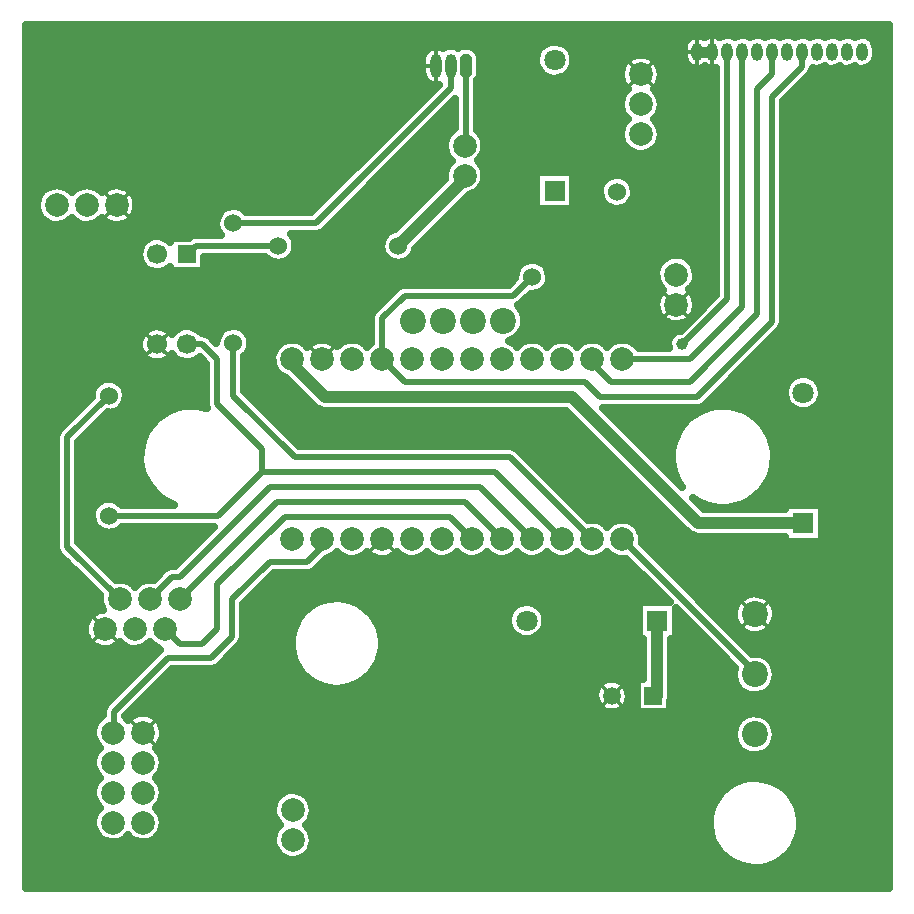
<source format=gbl>
G04 DipTrace 2.4.0.2*
%INBottom.gbl*%
%MOMM*%
%ADD14C,1.0*%
%ADD15C,0.949*%
%ADD16C,0.5*%
%ADD17C,0.635*%
%ADD18C,0.33*%
%ADD20R,1.5X1.5*%
%ADD21C,1.5*%
%ADD23R,1.8X1.8*%
%ADD24C,1.8*%
%ADD26C,2.0*%
%ADD27C,2.0*%
%ADD29C,2.2*%
%ADD30O,0.94X2.0*%
%ADD32C,1.524*%
%ADD33C,1.524*%
%ADD36C,2.2*%
%ADD37O,0.949X1.5*%
%ADD38C,1.7*%
%FSLAX53Y53*%
G04*
G71*
G90*
G75*
G01*
%LNBottom*%
%LPD*%
X33530Y55755D2*
D14*
Y55320D1*
X36270Y52580D1*
X57225D1*
X67920Y41885D1*
X76810D1*
X64427Y33630D2*
Y27280D1*
X64110D1*
X42520Y65380D2*
X48135Y70995D1*
Y71313D1*
X67820Y81790D2*
D15*
X69090D1*
X66550Y57025D2*
D16*
X70360Y60835D1*
Y81790D1*
X22735Y32895D2*
X24005Y31625D1*
X25910D1*
X27180Y32895D1*
Y36705D1*
X32895Y42420D1*
X46865D1*
X48770Y40515D1*
X24005Y35435D2*
X32260Y43690D1*
X48135D1*
X51310Y40515D1*
X21465Y35435D2*
X23370Y37340D1*
X24005D1*
X31625Y44960D1*
X49405D1*
X53850Y40515D1*
X18013Y42520D2*
X27280D1*
X30990Y46230D1*
X50675D1*
X56390Y40515D1*
X24640Y57025D2*
X25910D1*
X27180Y55755D1*
Y51945D1*
X30990Y48135D1*
Y46230D1*
X28550Y57125D2*
Y52680D1*
X33730Y47500D1*
X51945D1*
X58930Y40515D1*
X61470D2*
X72700Y29285D1*
Y29080D1*
X71630Y81790D2*
Y60200D1*
X67185Y55755D1*
X61470D1*
X58930D2*
X58613D1*
X60518Y53850D1*
X67185D1*
X72900Y59565D1*
Y78615D1*
X74170Y79885D1*
Y81790D1*
X24640Y64645D2*
X25375Y65380D1*
X32360D1*
X48135Y73853D2*
X48235Y73953D1*
Y80620D1*
X36070Y40515D2*
Y39880D1*
X34790Y38600D1*
X31615D1*
X28450Y35435D1*
Y32260D1*
X26645Y30455D1*
X22980D1*
X18454Y25929D1*
Y24151D1*
X18362D1*
X28550Y67285D2*
X35535D1*
X46965Y78715D1*
Y80620D1*
X18013Y52680D2*
X14480Y49147D1*
Y39880D1*
X18925Y35435D1*
X41150Y55755D2*
X43055Y53850D1*
X58295D1*
X59565Y52580D1*
X67820D1*
X74170Y58930D1*
Y77980D1*
X76710Y80520D1*
Y81790D1*
X53850Y62740D2*
X52262Y61153D1*
X43055D1*
X41150Y59248D1*
Y55755D1*
D14*
X66550Y57025D3*
X21465Y38928D3*
X60835Y44325D3*
X53522Y35890D3*
X28968Y26994D3*
X77980Y59565D3*
X11016Y83416D2*
D17*
X83988D1*
X11016Y82784D2*
X66863D1*
X82746D2*
X83988D1*
X11016Y82152D2*
X45085D1*
X48962D2*
X54530D1*
X56979D2*
X66615D1*
X82994D2*
X83988D1*
X11016Y81521D2*
X44549D1*
X49448D2*
X54183D1*
X57336D2*
X62646D1*
X63468D2*
X66605D1*
X83004D2*
X83988D1*
X11016Y80889D2*
X44489D1*
X49468D2*
X54133D1*
X57376D2*
X61654D1*
X64460D2*
X66794D1*
X82816D2*
X83988D1*
X11016Y80257D2*
X44489D1*
X49468D2*
X54362D1*
X57148D2*
X61367D1*
X64748D2*
X69373D1*
X77656D2*
X83988D1*
X11016Y79626D2*
X44589D1*
X49419D2*
X55126D1*
X56384D2*
X61337D1*
X64778D2*
X69373D1*
X77180D2*
X83988D1*
X11016Y78994D2*
X45313D1*
X49220D2*
X61575D1*
X64540D2*
X69373D1*
X76555D2*
X83988D1*
X11016Y78362D2*
X45243D1*
X49220D2*
X61664D1*
X64450D2*
X69373D1*
X75920D2*
X83988D1*
X11016Y77731D2*
X44608D1*
X49220D2*
X61367D1*
X64748D2*
X69373D1*
X75285D2*
X83988D1*
X11016Y77099D2*
X43983D1*
X46720D2*
X47248D1*
X49220D2*
X61337D1*
X64778D2*
X69373D1*
X75156D2*
X83988D1*
X11016Y76467D2*
X43348D1*
X46085D2*
X47248D1*
X49220D2*
X61575D1*
X64549D2*
X69373D1*
X75156D2*
X83988D1*
X11016Y75836D2*
X42713D1*
X45450D2*
X47248D1*
X49220D2*
X61674D1*
X64440D2*
X69373D1*
X75156D2*
X83988D1*
X11016Y75204D2*
X42088D1*
X44825D2*
X47089D1*
X49220D2*
X61367D1*
X64748D2*
X69373D1*
X75156D2*
X83988D1*
X11016Y74572D2*
X41453D1*
X44190D2*
X46563D1*
X49706D2*
X61337D1*
X64778D2*
X69373D1*
X75156D2*
X83988D1*
X11016Y73941D2*
X40818D1*
X43555D2*
X46404D1*
X49865D2*
X61565D1*
X64549D2*
X69373D1*
X75156D2*
X83988D1*
X11016Y73309D2*
X40193D1*
X42930D2*
X46494D1*
X49776D2*
X62250D1*
X63865D2*
X69373D1*
X75156D2*
X83988D1*
X11016Y72677D2*
X39558D1*
X42295D2*
X46881D1*
X49389D2*
X69373D1*
X75156D2*
X83988D1*
X11016Y72046D2*
X38923D1*
X41660D2*
X46563D1*
X49706D2*
X69373D1*
X75156D2*
X83988D1*
X11016Y71414D2*
X38298D1*
X41035D2*
X46404D1*
X49865D2*
X54124D1*
X57396D2*
X69373D1*
X75156D2*
X83988D1*
X11016Y70782D2*
X37663D1*
X40400D2*
X46196D1*
X49786D2*
X54124D1*
X57396D2*
X59819D1*
X62248D2*
X69373D1*
X75156D2*
X83988D1*
X11016Y70151D2*
X12531D1*
X14642D2*
X15071D1*
X17182D2*
X17611D1*
X19722D2*
X37028D1*
X39765D2*
X45571D1*
X49399D2*
X54124D1*
X57396D2*
X59551D1*
X62515D2*
X69373D1*
X75156D2*
X83988D1*
X11016Y69519D2*
X12015D1*
X20238D2*
X36403D1*
X39140D2*
X44936D1*
X48377D2*
X54124D1*
X57396D2*
X59591D1*
X62476D2*
X69373D1*
X75156D2*
X83988D1*
X11016Y68887D2*
X11856D1*
X20397D2*
X35768D1*
X38505D2*
X44301D1*
X47752D2*
X54124D1*
X57396D2*
X59977D1*
X62089D2*
X69373D1*
X75156D2*
X83988D1*
X11016Y68256D2*
X11946D1*
X20308D2*
X27434D1*
X29674D2*
X35133D1*
X37870D2*
X43676D1*
X47117D2*
X69373D1*
X75156D2*
X83988D1*
X11016Y67624D2*
X12333D1*
X19911D2*
X27096D1*
X37244D2*
X43041D1*
X46482D2*
X69373D1*
X75156D2*
X83988D1*
X11016Y66992D2*
X27086D1*
X36609D2*
X42406D1*
X45857D2*
X69373D1*
X75156D2*
X83988D1*
X11016Y66361D2*
X27394D1*
X33474D2*
X41414D1*
X45222D2*
X69373D1*
X75156D2*
X83988D1*
X11016Y65729D2*
X20965D1*
X33812D2*
X41066D1*
X44587D2*
X69373D1*
X75156D2*
X83988D1*
X11016Y65097D2*
X20588D1*
X33831D2*
X41047D1*
X43991D2*
X69373D1*
X75156D2*
X83988D1*
X11016Y64466D2*
X20528D1*
X33534D2*
X41354D1*
X43694D2*
X65315D1*
X66772D2*
X69373D1*
X75156D2*
X83988D1*
X11016Y63834D2*
X20746D1*
X26122D2*
X52863D1*
X54846D2*
X64571D1*
X67516D2*
X69373D1*
X75156D2*
X83988D1*
X11016Y63202D2*
X21550D1*
X22649D2*
X52427D1*
X55273D2*
X64323D1*
X67754D2*
X69373D1*
X75156D2*
X83988D1*
X11016Y62571D2*
X52308D1*
X55342D2*
X64343D1*
X67734D2*
X69373D1*
X75156D2*
X83988D1*
X11016Y61939D2*
X42505D1*
X55104D2*
X64631D1*
X67447D2*
X69373D1*
X75156D2*
X83988D1*
X11016Y61307D2*
X41840D1*
X53993D2*
X64581D1*
X67506D2*
X69373D1*
X75156D2*
X83988D1*
X11016Y60676D2*
X41205D1*
X53149D2*
X64333D1*
X67754D2*
X68828D1*
X75156D2*
X83988D1*
X11016Y60044D2*
X40580D1*
X52931D2*
X64343D1*
X67744D2*
X68203D1*
X75156D2*
X83988D1*
X11016Y59412D2*
X40183D1*
X53209D2*
X64621D1*
X75156D2*
X83988D1*
X11016Y58781D2*
X40163D1*
X53229D2*
X65524D1*
X66554D2*
X66933D1*
X75146D2*
X83988D1*
X11016Y58149D2*
X21014D1*
X23195D2*
X23548D1*
X25735D2*
X27483D1*
X29615D2*
X40163D1*
X53010D2*
X66149D1*
X74759D2*
X83988D1*
X11016Y57517D2*
X20598D1*
X26787D2*
X27106D1*
X29992D2*
X40163D1*
X52395D2*
X65425D1*
X74124D2*
X83988D1*
X11016Y56886D2*
X20518D1*
X30031D2*
X32236D1*
X62764D2*
X65325D1*
X73489D2*
X83988D1*
X11016Y56254D2*
X20727D1*
X29753D2*
X31869D1*
X72864D2*
X83988D1*
X11016Y55622D2*
X21441D1*
X22759D2*
X23981D1*
X25299D2*
X25945D1*
X29535D2*
X31799D1*
X72229D2*
X83988D1*
X11016Y54991D2*
X26193D1*
X29535D2*
X31978D1*
X71604D2*
X83988D1*
X11016Y54359D2*
X26193D1*
X29535D2*
X32543D1*
X70969D2*
X76081D1*
X77537D2*
X83988D1*
X11016Y53727D2*
X16966D1*
X19058D2*
X26193D1*
X29535D2*
X33397D1*
X70334D2*
X75386D1*
X78232D2*
X83988D1*
X11016Y53096D2*
X16579D1*
X19445D2*
X26193D1*
X29535D2*
X34032D1*
X69709D2*
X75178D1*
X78440D2*
X83988D1*
X11016Y52464D2*
X16430D1*
X19494D2*
X26193D1*
X30130D2*
X34667D1*
X69074D2*
X75247D1*
X78371D2*
X83988D1*
X11016Y51832D2*
X15795D1*
X19236D2*
X26203D1*
X30765D2*
X35292D1*
X68429D2*
X75624D1*
X77994D2*
X83988D1*
X11016Y51201D2*
X15170D1*
X17907D2*
X22711D1*
X31400D2*
X56882D1*
X60323D2*
X67707D1*
X72289D2*
X83988D1*
X11016Y50569D2*
X14535D1*
X17272D2*
X21897D1*
X32026D2*
X57517D1*
X60958D2*
X66893D1*
X73102D2*
X83988D1*
X11016Y49937D2*
X13900D1*
X16637D2*
X21371D1*
X32661D2*
X58142D1*
X61593D2*
X66367D1*
X73628D2*
X83988D1*
X11016Y49306D2*
X13503D1*
X16012D2*
X21014D1*
X33296D2*
X58777D1*
X62218D2*
X66010D1*
X73985D2*
X83988D1*
X11016Y48674D2*
X13493D1*
X15466D2*
X20776D1*
X33921D2*
X59412D1*
X62853D2*
X65782D1*
X74223D2*
X83988D1*
X11016Y48042D2*
X13493D1*
X15466D2*
X20647D1*
X52772D2*
X60037D1*
X63488D2*
X65653D1*
X74352D2*
X83988D1*
X11016Y47411D2*
X13493D1*
X15466D2*
X20617D1*
X53407D2*
X60672D1*
X64113D2*
X65613D1*
X74382D2*
X83988D1*
X11016Y46779D2*
X13493D1*
X15466D2*
X20677D1*
X54032D2*
X61307D1*
X64748D2*
X65673D1*
X74323D2*
X83988D1*
X11016Y46147D2*
X13493D1*
X15466D2*
X20836D1*
X54667D2*
X61932D1*
X65383D2*
X65831D1*
X74164D2*
X83988D1*
X11016Y45516D2*
X13493D1*
X15466D2*
X21094D1*
X55302D2*
X62567D1*
X73906D2*
X83988D1*
X11016Y44884D2*
X13493D1*
X15466D2*
X21500D1*
X55927D2*
X63202D1*
X73499D2*
X83988D1*
X11016Y44252D2*
X13493D1*
X15466D2*
X22086D1*
X56562D2*
X63827D1*
X72914D2*
X83988D1*
X11016Y43621D2*
X13493D1*
X15466D2*
X17026D1*
X18998D2*
X23038D1*
X57187D2*
X64462D1*
X71961D2*
X83988D1*
X11016Y42989D2*
X13493D1*
X15466D2*
X16589D1*
X57822D2*
X65097D1*
X78450D2*
X83988D1*
X11016Y42357D2*
X13493D1*
X15466D2*
X16520D1*
X58457D2*
X65722D1*
X78450D2*
X83988D1*
X11016Y41726D2*
X13493D1*
X15466D2*
X16758D1*
X62684D2*
X66357D1*
X78450D2*
X83988D1*
X11016Y41094D2*
X13493D1*
X15466D2*
X17790D1*
X18237D2*
X26392D1*
X63101D2*
X66992D1*
X78450D2*
X83988D1*
X11016Y40462D2*
X13493D1*
X15466D2*
X25757D1*
X63210D2*
X75178D1*
X78450D2*
X83988D1*
X11016Y39831D2*
X13493D1*
X15893D2*
X25132D1*
X63518D2*
X83988D1*
X11016Y39199D2*
X13791D1*
X16528D2*
X24497D1*
X37165D2*
X37518D1*
X39705D2*
X40058D1*
X42245D2*
X42598D1*
X44785D2*
X45138D1*
X47325D2*
X47678D1*
X49865D2*
X50218D1*
X52405D2*
X52758D1*
X54945D2*
X55298D1*
X57485D2*
X57838D1*
X60025D2*
X60378D1*
X64153D2*
X83988D1*
X11016Y38567D2*
X14426D1*
X17163D2*
X23862D1*
X36123D2*
X62051D1*
X64788D2*
X83988D1*
X11016Y37936D2*
X15051D1*
X17788D2*
X22602D1*
X35498D2*
X62676D1*
X65413D2*
X83988D1*
X11016Y37304D2*
X15686D1*
X18423D2*
X21967D1*
X31688D2*
X63311D1*
X66048D2*
X83988D1*
X11016Y36672D2*
X16321D1*
X31053D2*
X63946D1*
X66683D2*
X83988D1*
X11016Y36041D2*
X16946D1*
X30428D2*
X64571D1*
X67308D2*
X83988D1*
X11016Y35409D2*
X17184D1*
X29793D2*
X36324D1*
X38276D2*
X65206D1*
X67943D2*
X71378D1*
X74025D2*
X83988D1*
X11016Y34777D2*
X17323D1*
X29436D2*
X34974D1*
X39626D2*
X52238D1*
X54518D2*
X62795D1*
X68578D2*
X70971D1*
X74422D2*
X83988D1*
X11016Y34146D2*
X16480D1*
X29436D2*
X34300D1*
X40300D2*
X51832D1*
X54925D2*
X62795D1*
X66068D2*
X66466D1*
X69203D2*
X70862D1*
X74541D2*
X83988D1*
X11016Y33514D2*
X16033D1*
X29436D2*
X33873D1*
X40727D2*
X51742D1*
X55005D2*
X62795D1*
X66068D2*
X67101D1*
X69838D2*
X70981D1*
X74412D2*
X83988D1*
X11016Y32882D2*
X15914D1*
X29436D2*
X33605D1*
X40995D2*
X51931D1*
X54826D2*
X62795D1*
X66068D2*
X67736D1*
X70473D2*
X71407D1*
X73995D2*
X83988D1*
X11016Y32251D2*
X16043D1*
X29436D2*
X33456D1*
X41144D2*
X52556D1*
X54201D2*
X62795D1*
X66068D2*
X68361D1*
X71098D2*
X83988D1*
X11016Y31619D2*
X16510D1*
X18800D2*
X19048D1*
X21340D2*
X21588D1*
X29178D2*
X33417D1*
X41183D2*
X63192D1*
X65661D2*
X68996D1*
X71733D2*
X83988D1*
X11016Y30987D2*
X22145D1*
X28543D2*
X33486D1*
X41114D2*
X63192D1*
X65661D2*
X69631D1*
X72368D2*
X83988D1*
X11016Y30356D2*
X21510D1*
X27918D2*
X33665D1*
X40935D2*
X63192D1*
X65661D2*
X70257D1*
X73995D2*
X83988D1*
X11016Y29724D2*
X20885D1*
X27273D2*
X33962D1*
X40638D2*
X63192D1*
X65661D2*
X70892D1*
X74412D2*
X83988D1*
X11016Y29092D2*
X20250D1*
X22987D2*
X34448D1*
X40152D2*
X63192D1*
X65661D2*
X70862D1*
X74541D2*
X83988D1*
X11016Y28461D2*
X19615D1*
X22352D2*
X35212D1*
X39388D2*
X59749D1*
X61464D2*
X62627D1*
X65661D2*
X70971D1*
X74422D2*
X83988D1*
X11016Y27829D2*
X18990D1*
X21727D2*
X59233D1*
X61990D2*
X62627D1*
X65661D2*
X71378D1*
X74015D2*
X83988D1*
X11016Y27197D2*
X18355D1*
X21092D2*
X59124D1*
X62089D2*
X62627D1*
X65661D2*
X83988D1*
X11016Y26566D2*
X17720D1*
X20457D2*
X59313D1*
X61900D2*
X62627D1*
X65591D2*
X83988D1*
X11016Y25934D2*
X17472D1*
X19832D2*
X60087D1*
X61136D2*
X62627D1*
X65591D2*
X83988D1*
X11016Y25302D2*
X17085D1*
X22183D2*
X71437D1*
X73965D2*
X83988D1*
X11016Y24671D2*
X16708D1*
X22560D2*
X71001D1*
X74402D2*
X83988D1*
X11016Y24039D2*
X16629D1*
X22630D2*
X70862D1*
X74531D2*
X83988D1*
X11016Y23407D2*
X16797D1*
X22461D2*
X70961D1*
X74432D2*
X83988D1*
X11016Y22776D2*
X17095D1*
X22163D2*
X71358D1*
X74045D2*
X83988D1*
X11016Y22144D2*
X16718D1*
X22550D2*
X83988D1*
X11016Y21512D2*
X16629D1*
X22639D2*
X83988D1*
X11016Y20881D2*
X16797D1*
X22471D2*
X83988D1*
X11016Y20249D2*
X17115D1*
X22153D2*
X71904D1*
X73499D2*
X83988D1*
X11016Y19617D2*
X16718D1*
X22550D2*
X70425D1*
X74967D2*
X83988D1*
X11016Y18986D2*
X16629D1*
X22639D2*
X32603D1*
X34595D2*
X69731D1*
X75662D2*
X83988D1*
X11016Y18354D2*
X16788D1*
X22481D2*
X32047D1*
X35161D2*
X69294D1*
X76108D2*
X83988D1*
X11016Y17722D2*
X17125D1*
X22143D2*
X31869D1*
X35330D2*
X69016D1*
X76386D2*
X83988D1*
X11016Y17091D2*
X16718D1*
X22540D2*
X31948D1*
X35260D2*
X68858D1*
X76535D2*
X83988D1*
X11016Y16459D2*
X16629D1*
X22639D2*
X32315D1*
X34883D2*
X68818D1*
X76585D2*
X83988D1*
X11016Y15827D2*
X16778D1*
X22481D2*
X32047D1*
X35151D2*
X68877D1*
X76525D2*
X83988D1*
X11016Y15196D2*
X17294D1*
X19435D2*
X19834D1*
X21975D2*
X31869D1*
X35330D2*
X69046D1*
X76357D2*
X83988D1*
X11016Y14564D2*
X31938D1*
X35260D2*
X69344D1*
X76059D2*
X83988D1*
X11016Y13932D2*
X32305D1*
X34903D2*
X69810D1*
X75593D2*
X83988D1*
X11016Y13301D2*
X70544D1*
X74848D2*
X83988D1*
X11016Y12669D2*
X83988D1*
X11016Y12037D2*
X83988D1*
X11016Y11406D2*
X83988D1*
X63005Y28703D2*
X63253D1*
X63255Y32052D1*
X62855Y32057D1*
Y35203D1*
X65484D1*
X61797Y38883D1*
X61558Y38844D1*
X61241Y38858D1*
X60932Y38931D1*
X60643Y39061D1*
X60384Y39243D1*
X60198Y39435D1*
X59905Y39155D1*
X59631Y38996D1*
X59331Y38891D1*
X59018Y38844D1*
X58701Y38858D1*
X58392Y38931D1*
X58103Y39061D1*
X57844Y39243D1*
X57658Y39435D1*
X57365Y39155D1*
X57091Y38996D1*
X56791Y38891D1*
X56478Y38844D1*
X56161Y38858D1*
X55852Y38931D1*
X55563Y39061D1*
X55304Y39243D1*
X55118Y39435D1*
X54825Y39155D1*
X54551Y38996D1*
X54251Y38891D1*
X53938Y38844D1*
X53621Y38858D1*
X53312Y38931D1*
X53023Y39061D1*
X52764Y39243D1*
X52578Y39435D1*
X52285Y39155D1*
X52011Y38996D1*
X51711Y38891D1*
X51398Y38844D1*
X51081Y38858D1*
X50772Y38931D1*
X50483Y39061D1*
X50224Y39243D1*
X50038Y39435D1*
X49745Y39155D1*
X49471Y38996D1*
X49171Y38891D1*
X48858Y38844D1*
X48541Y38858D1*
X48232Y38931D1*
X47943Y39061D1*
X47684Y39243D1*
X47498Y39435D1*
X47205Y39155D1*
X46931Y38996D1*
X46631Y38891D1*
X46318Y38844D1*
X46001Y38858D1*
X45692Y38931D1*
X45403Y39061D1*
X45144Y39243D1*
X44958Y39435D1*
X44665Y39155D1*
X44391Y38996D1*
X44091Y38891D1*
X43778Y38844D1*
X43461Y38858D1*
X43152Y38931D1*
X42863Y39061D1*
X42604Y39243D1*
X42418Y39435D1*
X42273Y39275D1*
X42019Y39085D1*
X41733Y38947D1*
X41427Y38865D1*
X41111Y38843D1*
X40796Y38880D1*
X40494Y38976D1*
X40215Y39128D1*
X39970Y39329D1*
X39880Y39426D1*
X39585Y39155D1*
X39311Y38996D1*
X39011Y38891D1*
X38698Y38844D1*
X38381Y38858D1*
X38072Y38931D1*
X37783Y39061D1*
X37524Y39243D1*
X37338Y39435D1*
X37045Y39155D1*
X36771Y38996D1*
X36364Y38875D1*
X35443Y37947D1*
X35184Y37766D1*
X34832Y37678D1*
X32002Y37677D1*
X29370Y35050D1*
X29373Y32260D1*
X29319Y31949D1*
X29132Y31638D1*
X27298Y29802D1*
X27039Y29621D1*
X26687Y29533D1*
X23361Y29532D1*
X19374Y25544D1*
X19634Y25226D1*
X19744Y25358D1*
X19992Y25554D1*
X20274Y25701D1*
X20577Y25792D1*
X20893Y25823D1*
X21209Y25795D1*
X21513Y25708D1*
X21796Y25565D1*
X22047Y25370D1*
X22256Y25133D1*
X22417Y24860D1*
X22524Y24561D1*
X22572Y24248D1*
X22556Y23898D1*
X22478Y23590D1*
X22344Y23303D1*
X22158Y23046D1*
X21990Y22880D1*
X22293Y22541D1*
X22443Y22262D1*
X22538Y21959D1*
X22575Y21611D1*
X22545Y21295D1*
X22456Y20991D1*
X22311Y20709D1*
X22116Y20459D1*
X21989Y20348D1*
X22293Y20001D1*
X22443Y19722D1*
X22538Y19419D1*
X22575Y19071D1*
X22545Y18755D1*
X22456Y18451D1*
X22311Y18169D1*
X22116Y17919D1*
X21989Y17808D1*
X22293Y17461D1*
X22443Y17182D1*
X22538Y16879D1*
X22575Y16531D1*
X22545Y16215D1*
X22456Y15911D1*
X22311Y15629D1*
X22116Y15379D1*
X21877Y15171D1*
X21603Y15011D1*
X21303Y14906D1*
X20990Y14860D1*
X20673Y14873D1*
X20365Y14946D1*
X20075Y15076D1*
X19816Y15258D1*
X19630Y15450D1*
X19337Y15171D1*
X19063Y15011D1*
X18763Y14906D1*
X18450Y14860D1*
X18133Y14873D1*
X17825Y14946D1*
X17535Y15076D1*
X17276Y15258D1*
X17055Y15486D1*
X16882Y15751D1*
X16761Y16045D1*
X16698Y16355D1*
X16695Y16672D1*
X16752Y16984D1*
X16866Y17280D1*
X17035Y17549D1*
X17274Y17798D1*
X17055Y18026D1*
X16882Y18291D1*
X16761Y18585D1*
X16698Y18895D1*
X16695Y19212D1*
X16752Y19524D1*
X16866Y19820D1*
X17035Y20089D1*
X17274Y20338D1*
X17055Y20566D1*
X16882Y20831D1*
X16761Y21125D1*
X16698Y21435D1*
X16695Y21752D1*
X16752Y22064D1*
X16866Y22360D1*
X17035Y22629D1*
X17274Y22878D1*
X17055Y23106D1*
X16882Y23371D1*
X16761Y23665D1*
X16698Y23975D1*
X16695Y24292D1*
X16752Y24604D1*
X16866Y24900D1*
X17035Y25169D1*
X17250Y25401D1*
X17533Y25601D1*
X17531Y25929D1*
X17585Y26240D1*
X17773Y26551D1*
X22371Y31146D1*
X22197Y31311D1*
X21908Y31441D1*
X21649Y31623D1*
X21463Y31815D1*
X21170Y31535D1*
X20896Y31376D1*
X20596Y31271D1*
X20283Y31224D1*
X19966Y31238D1*
X19657Y31311D1*
X19368Y31441D1*
X19109Y31623D1*
X18923Y31815D1*
X18778Y31655D1*
X18524Y31465D1*
X18238Y31327D1*
X17932Y31245D1*
X17616Y31223D1*
X17301Y31260D1*
X16999Y31356D1*
X16720Y31508D1*
X16475Y31709D1*
X16273Y31953D1*
X16120Y32230D1*
X16022Y32532D1*
X15983Y32846D1*
X16004Y33163D1*
X16084Y33469D1*
X16220Y33756D1*
X16409Y34011D1*
X16641Y34226D1*
X16911Y34393D1*
X17207Y34507D1*
X17501Y34561D1*
X17324Y34949D1*
X17261Y35260D1*
X17258Y35577D1*
X17292Y35762D1*
X13827Y39227D1*
X13646Y39486D1*
X13558Y39838D1*
X13557Y49147D1*
X13611Y49458D1*
X13798Y49769D1*
X16585Y52557D1*
X16601Y52933D1*
X16691Y53237D1*
X16845Y53514D1*
X17057Y53750D1*
X17315Y53934D1*
X17607Y54056D1*
X17919Y54112D1*
X18235Y54098D1*
X18541Y54014D1*
X18821Y53866D1*
X19062Y53660D1*
X19251Y53406D1*
X19380Y53116D1*
X19448Y52680D1*
X19413Y52365D1*
X19310Y52066D1*
X19143Y51796D1*
X18922Y51569D1*
X18656Y51397D1*
X18359Y51287D1*
X18044Y51245D1*
X17897Y51259D1*
X15403Y48765D1*
Y40267D1*
X18591Y37074D1*
X18979Y37107D1*
X19294Y37067D1*
X19595Y36968D1*
X19872Y36814D1*
X20115Y36611D1*
X20197Y36511D1*
X20353Y36685D1*
X20609Y36872D1*
X20896Y37008D1*
X21203Y37087D1*
X21519Y37107D1*
X21804Y37071D1*
X22717Y37993D1*
X22976Y38174D1*
X23328Y38262D1*
X23618Y38263D1*
X26952Y41592D1*
X19114Y41597D1*
X18922Y41409D1*
X18656Y41237D1*
X18359Y41127D1*
X18044Y41085D1*
X17729Y41114D1*
X17427Y41210D1*
X17154Y41371D1*
X16923Y41587D1*
X16745Y41849D1*
X16628Y42144D1*
X16580Y42457D1*
X16601Y42773D1*
X16691Y43077D1*
X16845Y43354D1*
X17057Y43590D1*
X17315Y43774D1*
X17607Y43896D1*
X17919Y43952D1*
X18235Y43938D1*
X18541Y43854D1*
X18821Y43706D1*
X19103Y43444D1*
X23520Y43443D1*
X22979Y43681D1*
X22442Y44018D1*
X21959Y44430D1*
X21543Y44908D1*
X21200Y45443D1*
X20940Y46021D1*
X20767Y46632D1*
X20686Y47261D1*
X20697Y47895D1*
X20802Y48521D1*
X20996Y49125D1*
X21277Y49694D1*
X21639Y50215D1*
X22072Y50678D1*
X22569Y51072D1*
X23119Y51390D1*
X23709Y51623D1*
X24326Y51768D1*
X24959Y51821D1*
X25592Y51780D1*
X26212Y51647D1*
X26316Y51613D1*
X26257Y51945D1*
Y55368D1*
X25693Y55937D1*
X25408Y55710D1*
X25119Y55579D1*
X24809Y55512D1*
X24492Y55509D1*
X24182Y55573D1*
X23891Y55699D1*
X23633Y55883D1*
X23373Y56192D1*
X23214Y55986D1*
X22975Y55778D1*
X22698Y55624D1*
X22395Y55531D1*
X22079Y55502D1*
X21764Y55540D1*
X21464Y55641D1*
X21192Y55803D1*
X20958Y56017D1*
X20774Y56275D1*
X20648Y56566D1*
X20584Y56876D1*
X20586Y57193D1*
X20654Y57503D1*
X20784Y57792D1*
X20971Y58048D1*
X21208Y58259D1*
X21482Y58417D1*
X21784Y58515D1*
X22099Y58548D1*
X22414Y58515D1*
X22716Y58418D1*
X22991Y58260D1*
X23227Y58049D1*
X23369Y57866D1*
X23601Y58138D1*
X23853Y58329D1*
X24140Y58464D1*
X24449Y58536D1*
X24766Y58543D1*
X25077Y58484D1*
X25370Y58362D1*
X25631Y58182D1*
X25854Y57943D1*
X26221Y57894D1*
X26532Y57707D1*
X27117Y57123D1*
X27138Y57378D1*
X27228Y57682D1*
X27382Y57959D1*
X27594Y58195D1*
X27852Y58379D1*
X28144Y58501D1*
X28456Y58557D1*
X28772Y58543D1*
X29078Y58459D1*
X29358Y58311D1*
X29598Y58105D1*
X29788Y57851D1*
X29917Y57561D1*
X29985Y57125D1*
X29950Y56810D1*
X29847Y56511D1*
X29680Y56241D1*
X29479Y56036D1*
X29473Y53067D1*
X34107Y48429D1*
X41033Y48423D1*
X51945D1*
X52256Y48369D1*
X52567Y48182D1*
X58596Y42154D1*
X58984Y42187D1*
X59299Y42147D1*
X59600Y42048D1*
X59877Y41894D1*
X60120Y41691D1*
X60202Y41591D1*
X60358Y41765D1*
X60614Y41952D1*
X60901Y42088D1*
X61208Y42167D1*
X61524Y42187D1*
X61839Y42147D1*
X62140Y42048D1*
X62417Y41894D1*
X62660Y41691D1*
X62861Y41445D1*
X63011Y41166D1*
X63106Y40864D1*
X63143Y40515D1*
X63110Y40190D1*
X65490Y37800D1*
X72457Y30833D1*
X72917Y30840D1*
X73227Y30773D1*
X73520Y30652D1*
X73787Y30480D1*
X74019Y30264D1*
X74209Y30010D1*
X74351Y29727D1*
X74440Y29422D1*
X74473Y29080D1*
X74445Y28764D1*
X74360Y28458D1*
X74223Y28173D1*
X74037Y27916D1*
X73808Y27696D1*
X73544Y27521D1*
X73253Y27396D1*
X72944Y27324D1*
X72627Y27309D1*
X72313Y27350D1*
X72011Y27446D1*
X71731Y27595D1*
X71482Y27792D1*
X71272Y28029D1*
X71108Y28300D1*
X70994Y28596D1*
X70935Y28908D1*
X70933Y29225D1*
X70987Y29538D1*
X71031Y29659D1*
X69129Y31551D1*
X66007Y34673D1*
X66000Y32057D1*
X65600Y32042D1*
Y27280D1*
X65566Y27002D1*
X65533Y26798D1*
Y25857D1*
X62687D1*
Y28703D1*
X63005D1*
X62031Y27217D2*
X61982Y26904D1*
X61865Y26609D1*
X61685Y26348D1*
X61452Y26133D1*
X61178Y25975D1*
X60875Y25882D1*
X60559Y25858D1*
X60246Y25905D1*
X59950Y26019D1*
X59688Y26196D1*
X59471Y26427D1*
X59310Y26701D1*
X59214Y27003D1*
X59188Y27318D1*
X59231Y27632D1*
X59343Y27928D1*
X59518Y28193D1*
X59747Y28412D1*
X60019Y28574D1*
X60320Y28673D1*
X60636Y28703D1*
X60950Y28662D1*
X61247Y28552D1*
X61513Y28380D1*
X61734Y28153D1*
X61899Y27882D1*
X62000Y27582D1*
X62033Y27280D1*
X62031Y27217D1*
X54918Y33315D2*
X54824Y33012D1*
X54671Y32735D1*
X54465Y32494D1*
X54215Y32299D1*
X53931Y32158D1*
X53625Y32077D1*
X53308Y32059D1*
X52995Y32104D1*
X52697Y32212D1*
X52426Y32377D1*
X52194Y32594D1*
X52011Y32852D1*
X51882Y33142D1*
X51815Y33451D1*
X51811Y33768D1*
X51870Y34080D1*
X51991Y34373D1*
X52168Y34636D1*
X52394Y34858D1*
X52660Y35030D1*
X52956Y35145D1*
X53268Y35199D1*
X53585Y35189D1*
X53893Y35116D1*
X54181Y34982D1*
X54435Y34794D1*
X54647Y34558D1*
X54808Y34285D1*
X54910Y33985D1*
X54950Y33630D1*
X54918Y33315D1*
X54500Y71615D2*
X57328D1*
Y68470D1*
X54182D1*
Y71615D1*
X54500D1*
X57296Y80777D2*
X57201Y80475D1*
X57048Y80197D1*
X56842Y79956D1*
X56593Y79761D1*
X56309Y79620D1*
X56002Y79539D1*
X55686Y79521D1*
X55372Y79567D1*
X55074Y79675D1*
X54804Y79840D1*
X54572Y80056D1*
X54388Y80314D1*
X54260Y80604D1*
X54192Y80914D1*
X54188Y81231D1*
X54248Y81542D1*
X54369Y81835D1*
X54546Y82098D1*
X54772Y82320D1*
X55038Y82492D1*
X55333Y82608D1*
X55645Y82662D1*
X55962Y82652D1*
X56271Y82578D1*
X56558Y82445D1*
X56813Y82256D1*
X57025Y82021D1*
X57185Y81747D1*
X57287Y81447D1*
X57328Y81092D1*
X57296Y80777D1*
X75555Y43458D2*
X78383D1*
Y40312D1*
X75237D1*
X75223Y40712D1*
X67920D1*
X67606Y40755D1*
X67237Y40931D1*
X66642Y41505D1*
X56742Y51404D1*
X36270Y51407D1*
X35956Y51450D1*
X35587Y51626D1*
X34992Y52200D1*
X33034Y54157D1*
X32703Y54301D1*
X32444Y54483D1*
X32223Y54710D1*
X32050Y54976D1*
X31929Y55269D1*
X31866Y55580D1*
X31863Y55897D1*
X31920Y56209D1*
X32034Y56504D1*
X32203Y56773D1*
X32418Y57005D1*
X32674Y57192D1*
X32961Y57328D1*
X33268Y57407D1*
X33584Y57427D1*
X33899Y57387D1*
X34200Y57288D1*
X34477Y57134D1*
X34720Y56931D1*
X34802Y56831D1*
X34912Y56962D1*
X35160Y57159D1*
X35441Y57305D1*
X35745Y57396D1*
X36061Y57428D1*
X36376Y57400D1*
X36681Y57312D1*
X36964Y57169D1*
X37215Y56975D1*
X37339Y56844D1*
X37498Y57005D1*
X37754Y57192D1*
X38041Y57328D1*
X38348Y57407D1*
X38664Y57427D1*
X38979Y57387D1*
X39280Y57288D1*
X39557Y57134D1*
X39800Y56931D1*
X39882Y56831D1*
X40038Y57005D1*
X40222Y57140D1*
X40227Y59248D1*
X40281Y59559D1*
X40468Y59870D1*
X42402Y61805D1*
X42661Y61987D1*
X43013Y62074D1*
X51876Y62075D1*
X52417Y62612D1*
X52438Y62993D1*
X52528Y63297D1*
X52682Y63574D1*
X52894Y63810D1*
X53152Y63994D1*
X53444Y64116D1*
X53756Y64172D1*
X54072Y64158D1*
X54378Y64074D1*
X54658Y63926D1*
X54898Y63720D1*
X55088Y63466D1*
X55217Y63176D1*
X55285Y62740D1*
X55250Y62425D1*
X55147Y62126D1*
X54980Y61856D1*
X54759Y61629D1*
X54493Y61457D1*
X54196Y61347D1*
X53881Y61305D1*
X53733Y61319D1*
X52915Y60500D1*
X52647Y60315D1*
X52919Y59960D1*
X53061Y59677D1*
X53150Y59372D1*
X53183Y59030D1*
X53155Y58714D1*
X53070Y58408D1*
X52933Y58123D1*
X52747Y57866D1*
X52518Y57646D1*
X52254Y57471D1*
X51876Y57325D1*
X52257Y57134D1*
X52500Y56931D1*
X52582Y56831D1*
X52738Y57005D1*
X52994Y57192D1*
X53281Y57328D1*
X53588Y57407D1*
X53904Y57427D1*
X54219Y57387D1*
X54520Y57288D1*
X54797Y57134D1*
X55040Y56931D1*
X55122Y56831D1*
X55278Y57005D1*
X55534Y57192D1*
X55821Y57328D1*
X56128Y57407D1*
X56444Y57427D1*
X56759Y57387D1*
X57060Y57288D1*
X57337Y57134D1*
X57580Y56931D1*
X57662Y56831D1*
X57818Y57005D1*
X58074Y57192D1*
X58361Y57328D1*
X58668Y57407D1*
X58984Y57427D1*
X59299Y57387D1*
X59600Y57288D1*
X59877Y57134D1*
X60120Y56931D1*
X60202Y56831D1*
X60358Y57005D1*
X60614Y57192D1*
X60901Y57328D1*
X61208Y57407D1*
X61524Y57427D1*
X61839Y57387D1*
X62140Y57288D1*
X62417Y57134D1*
X62660Y56931D1*
X62865Y56676D1*
X65429Y56678D1*
X65393Y56834D1*
X65384Y57150D1*
X65460Y57457D1*
X65615Y57733D1*
X65838Y57957D1*
X66114Y58114D1*
X66411Y58188D1*
X69440Y61221D1*
X69437Y80431D1*
X69304Y80387D1*
X69051Y80368D1*
X68800Y80404D1*
X68563Y80495D1*
X68444Y80551D1*
X68217Y80438D1*
X67971Y80377D1*
X67718Y80372D1*
X67469Y80422D1*
X67238Y80526D1*
X67035Y80678D1*
X66870Y80870D1*
X66752Y81095D1*
X66686Y81339D1*
X66672Y81642D1*
X66681Y82207D1*
X66740Y82453D1*
X66851Y82681D1*
X67010Y82878D1*
X67208Y83036D1*
X67437Y83147D1*
X67683Y83205D1*
X67937Y83207D1*
X68185Y83153D1*
X68415Y83047D1*
X68456Y83020D1*
X68647Y83124D1*
X68891Y83195D1*
X69144Y83212D1*
X69394Y83172D1*
X69629Y83078D1*
X69726Y83020D1*
X70037Y83166D1*
X70350Y83213D1*
X70664Y83172D1*
X70993Y83016D1*
X71307Y83166D1*
X71620Y83213D1*
X71934Y83172D1*
X72263Y83016D1*
X72577Y83166D1*
X72890Y83213D1*
X73204Y83172D1*
X73533Y83016D1*
X73847Y83166D1*
X74160Y83213D1*
X74474Y83172D1*
X74803Y83016D1*
X75117Y83166D1*
X75430Y83213D1*
X75744Y83172D1*
X76073Y83016D1*
X76387Y83166D1*
X76700Y83213D1*
X77014Y83172D1*
X77343Y83016D1*
X77657Y83167D1*
X77970Y83213D1*
X78284Y83172D1*
X78613Y83016D1*
X78927Y83166D1*
X79240Y83213D1*
X79554Y83172D1*
X79883Y83016D1*
X80197Y83166D1*
X80510Y83213D1*
X80824Y83172D1*
X81153Y83016D1*
X81467Y83166D1*
X81780Y83213D1*
X82094Y83172D1*
X82385Y83047D1*
X82630Y82847D1*
X82812Y82588D1*
X82916Y82289D1*
X82937Y82065D1*
X82928Y81515D1*
X82894Y81201D1*
X82766Y80912D1*
X82564Y80668D1*
X82304Y80488D1*
X82004Y80387D1*
X81688Y80372D1*
X81379Y80443D1*
X81163Y80563D1*
X81034Y80488D1*
X80734Y80387D1*
X80418Y80372D1*
X80109Y80443D1*
X79893Y80563D1*
X79764Y80488D1*
X79464Y80387D1*
X79148Y80372D1*
X78839Y80443D1*
X78623Y80563D1*
X78494Y80489D1*
X78194Y80387D1*
X77878Y80372D1*
X77637Y80428D1*
X77579Y80209D1*
X77392Y79898D1*
X75096Y77601D1*
X75093Y58930D1*
X75039Y58619D1*
X74852Y58308D1*
X68473Y51927D1*
X68214Y51746D1*
X67862Y51658D1*
X59813Y51657D1*
X65014Y46450D1*
X66508Y44955D1*
X66200Y45443D1*
X65940Y46021D1*
X65767Y46632D1*
X65686Y47261D1*
X65697Y47895D1*
X65802Y48521D1*
X65996Y49125D1*
X66277Y49694D1*
X66639Y50215D1*
X67072Y50678D1*
X67569Y51072D1*
X68119Y51390D1*
X68709Y51623D1*
X69326Y51768D1*
X69959Y51821D1*
X70592Y51780D1*
X71212Y51647D1*
X71806Y51425D1*
X72362Y51118D1*
X72866Y50734D1*
X73309Y50279D1*
X73680Y49765D1*
X73972Y49201D1*
X74178Y48601D1*
X74294Y47978D1*
X74321Y47500D1*
X74274Y46867D1*
X74136Y46248D1*
X73908Y45656D1*
X73596Y45104D1*
X73206Y44603D1*
X72747Y44165D1*
X72229Y43799D1*
X71663Y43512D1*
X71061Y43312D1*
X70436Y43201D1*
X69802Y43184D1*
X69172Y43259D1*
X68560Y43426D1*
X67979Y43681D1*
X67450Y44012D1*
X68403Y43061D1*
X75232Y43058D1*
X75237Y43458D1*
X75555D1*
X78351Y52620D2*
X78256Y52317D1*
X78103Y52040D1*
X77897Y51799D1*
X77648Y51604D1*
X77364Y51463D1*
X77057Y51382D1*
X76741Y51364D1*
X76427Y51409D1*
X76129Y51517D1*
X75859Y51682D1*
X75627Y51899D1*
X75443Y52157D1*
X75315Y52447D1*
X75247Y52756D1*
X75243Y53073D1*
X75303Y53385D1*
X75424Y53678D1*
X75601Y53941D1*
X75827Y54163D1*
X76093Y54335D1*
X76388Y54450D1*
X76700Y54504D1*
X77017Y54494D1*
X77326Y54421D1*
X77613Y54287D1*
X77868Y54099D1*
X78080Y53863D1*
X78240Y53590D1*
X78342Y53290D1*
X78383Y52935D1*
X78351Y52620D1*
X35243Y17284D2*
X35154Y16980D1*
X35009Y16698D1*
X34814Y16449D1*
X34687Y16338D1*
X34991Y15990D1*
X35141Y15711D1*
X35236Y15409D1*
X35273Y15060D1*
X35243Y14744D1*
X35154Y14440D1*
X35009Y14158D1*
X34814Y13909D1*
X34575Y13700D1*
X34301Y13541D1*
X34001Y13436D1*
X33688Y13389D1*
X33371Y13403D1*
X33062Y13476D1*
X32773Y13606D1*
X32514Y13788D1*
X32293Y14015D1*
X32120Y14281D1*
X31999Y14574D1*
X31936Y14885D1*
X31933Y15202D1*
X31990Y15514D1*
X32104Y15809D1*
X32273Y16078D1*
X32512Y16328D1*
X32293Y16555D1*
X32120Y16821D1*
X31999Y17114D1*
X31936Y17425D1*
X31933Y17742D1*
X31990Y18054D1*
X32104Y18349D1*
X32273Y18618D1*
X32488Y18850D1*
X32744Y19037D1*
X33031Y19173D1*
X33338Y19252D1*
X33654Y19272D1*
X33969Y19232D1*
X34270Y19133D1*
X34547Y18979D1*
X34790Y18776D1*
X34991Y18530D1*
X35141Y18251D1*
X35236Y17949D1*
X35273Y17600D1*
X35243Y17284D1*
X14855Y67723D2*
X14561Y67444D1*
X14287Y67285D1*
X13987Y67180D1*
X13674Y67133D1*
X13357Y67147D1*
X13048Y67220D1*
X12759Y67350D1*
X12500Y67532D1*
X12279Y67759D1*
X12106Y68025D1*
X11985Y68318D1*
X11922Y68629D1*
X11919Y68946D1*
X11976Y69258D1*
X12090Y69553D1*
X12259Y69822D1*
X12474Y70054D1*
X12730Y70241D1*
X13017Y70377D1*
X13324Y70456D1*
X13640Y70476D1*
X13955Y70436D1*
X14256Y70337D1*
X14533Y70183D1*
X14776Y69980D1*
X14858Y69880D1*
X15014Y70054D1*
X15270Y70241D1*
X15557Y70377D1*
X15864Y70456D1*
X16180Y70476D1*
X16495Y70436D1*
X16796Y70337D1*
X17073Y70183D1*
X17316Y69980D1*
X17398Y69880D1*
X17508Y70011D1*
X17756Y70208D1*
X18037Y70354D1*
X18341Y70445D1*
X18657Y70477D1*
X18972Y70449D1*
X19277Y70361D1*
X19560Y70218D1*
X19811Y70024D1*
X20020Y69786D1*
X20181Y69513D1*
X20288Y69214D1*
X20336Y68901D1*
X20320Y68551D1*
X20242Y68244D1*
X20108Y67956D1*
X19922Y67699D1*
X19691Y67482D1*
X19424Y67313D1*
X19129Y67196D1*
X18817Y67138D1*
X18500Y67139D1*
X18189Y67201D1*
X17895Y67319D1*
X17629Y67491D1*
X17396Y67715D1*
X17101Y67444D1*
X16827Y67285D1*
X16527Y67180D1*
X16214Y67133D1*
X15897Y67147D1*
X15588Y67220D1*
X15299Y67350D1*
X15040Y67532D1*
X14854Y67724D1*
X67683Y62615D2*
X67594Y62311D1*
X67449Y62029D1*
X67254Y61780D1*
X67127Y61669D1*
X67356Y61424D1*
X67527Y61157D1*
X67645Y60863D1*
X67705Y60551D1*
X67702Y60201D1*
X67636Y59891D1*
X67513Y59599D1*
X67337Y59335D1*
X67115Y59109D1*
X66854Y58929D1*
X66563Y58802D1*
X66254Y58732D1*
X65937Y58721D1*
X65624Y58771D1*
X65326Y58878D1*
X65053Y59040D1*
X64816Y59250D1*
X64623Y59502D1*
X64481Y59785D1*
X64394Y60090D1*
X64367Y60406D1*
X64400Y60721D1*
X64492Y61025D1*
X64639Y61305D1*
X64837Y61553D1*
X64951Y61661D1*
X64733Y61886D1*
X64560Y62152D1*
X64439Y62445D1*
X64376Y62756D1*
X64373Y63073D1*
X64430Y63385D1*
X64544Y63680D1*
X64713Y63949D1*
X64928Y64181D1*
X65184Y64368D1*
X65471Y64504D1*
X65778Y64583D1*
X66094Y64603D1*
X66409Y64563D1*
X66710Y64464D1*
X66987Y64310D1*
X67230Y64107D1*
X67431Y63861D1*
X67581Y63582D1*
X67676Y63280D1*
X67713Y62931D1*
X67683Y62615D1*
X64700Y74489D2*
X64611Y74185D1*
X64466Y73903D1*
X64271Y73654D1*
X64032Y73445D1*
X63758Y73286D1*
X63459Y73181D1*
X63145Y73134D1*
X62829Y73148D1*
X62520Y73221D1*
X62231Y73351D1*
X61971Y73533D1*
X61751Y73760D1*
X61577Y74026D1*
X61457Y74319D1*
X61394Y74630D1*
X61391Y74947D1*
X61447Y75259D1*
X61562Y75554D1*
X61730Y75823D1*
X61970Y76073D1*
X61751Y76300D1*
X61577Y76566D1*
X61457Y76859D1*
X61394Y77170D1*
X61391Y77487D1*
X61447Y77799D1*
X61562Y78094D1*
X61730Y78363D1*
X61970Y78613D1*
X61751Y78840D1*
X61577Y79106D1*
X61457Y79399D1*
X61394Y79710D1*
X61391Y80027D1*
X61447Y80339D1*
X61562Y80634D1*
X61730Y80903D1*
X61946Y81135D1*
X62202Y81322D1*
X62488Y81458D1*
X62795Y81537D1*
X63112Y81557D1*
X63426Y81517D1*
X63727Y81418D1*
X64004Y81264D1*
X64248Y81061D1*
X64448Y80815D1*
X64599Y80536D1*
X64694Y80234D1*
X64730Y79885D1*
X64700Y79569D1*
X64611Y79265D1*
X64466Y78983D1*
X64271Y78734D1*
X64146Y78615D1*
X64448Y78275D1*
X64599Y77996D1*
X64694Y77694D1*
X64730Y77345D1*
X64700Y77029D1*
X64611Y76725D1*
X64466Y76443D1*
X64271Y76194D1*
X64144Y76083D1*
X64448Y75735D1*
X64599Y75456D1*
X64694Y75154D1*
X64730Y74805D1*
X64700Y74489D1*
X49778Y73537D2*
X49689Y73233D1*
X49544Y72951D1*
X49349Y72702D1*
X49222Y72591D1*
X49526Y72243D1*
X49676Y71964D1*
X49771Y71662D1*
X49808Y71313D1*
X49778Y70997D1*
X49689Y70693D1*
X49544Y70411D1*
X49349Y70162D1*
X49110Y69953D1*
X48836Y69794D1*
X48487Y69682D1*
X43934Y65135D1*
X43817Y64766D1*
X43650Y64496D1*
X43429Y64269D1*
X43163Y64097D1*
X42866Y63987D1*
X42551Y63945D1*
X42236Y63974D1*
X41934Y64070D1*
X41661Y64231D1*
X41430Y64447D1*
X41251Y64709D1*
X41135Y65004D1*
X41086Y65317D1*
X41108Y65633D1*
X41198Y65937D1*
X41352Y66214D1*
X41564Y66450D1*
X41822Y66634D1*
X42114Y66756D1*
X42260Y66782D1*
X46496Y71015D1*
X46471Y71138D1*
X46468Y71455D1*
X46525Y71767D1*
X46639Y72062D1*
X46808Y72331D1*
X47047Y72581D1*
X46828Y72808D1*
X46655Y73074D1*
X46534Y73367D1*
X46471Y73678D1*
X46468Y73995D1*
X46525Y74307D1*
X46639Y74602D1*
X46808Y74871D1*
X47023Y75103D1*
X47306Y75303D1*
X47312Y77753D1*
X36188Y66632D1*
X35929Y66451D1*
X35577Y66363D1*
X33408Y66360D1*
X33598Y66106D1*
X33727Y65816D1*
X33795Y65380D1*
X33760Y65065D1*
X33657Y64766D1*
X33490Y64496D1*
X33269Y64269D1*
X33003Y64097D1*
X32706Y63987D1*
X32391Y63945D1*
X32076Y63974D1*
X31774Y64070D1*
X31501Y64231D1*
X31264Y64455D1*
X26060Y64457D1*
X26063Y63222D1*
X23217D1*
Y63609D1*
X22868Y63330D1*
X22579Y63199D1*
X22269Y63132D1*
X21952Y63129D1*
X21642Y63193D1*
X21351Y63319D1*
X21093Y63503D1*
X20878Y63736D1*
X20717Y64008D1*
X20615Y64308D1*
X20577Y64623D1*
X20606Y64939D1*
X20699Y65242D1*
X20853Y65519D1*
X21061Y65758D1*
X21313Y65949D1*
X21600Y66084D1*
X21909Y66156D1*
X22226Y66163D1*
X22537Y66104D1*
X22830Y65982D1*
X23091Y65802D1*
X23220Y65665D1*
X23217Y66068D1*
X24755D1*
X24981Y66214D1*
X25333Y66302D1*
X27508Y66303D1*
X27281Y66614D1*
X27165Y66909D1*
X27116Y67222D1*
X27138Y67538D1*
X27228Y67842D1*
X27382Y68119D1*
X27594Y68355D1*
X27852Y68539D1*
X28144Y68661D1*
X28456Y68717D1*
X28772Y68703D1*
X29078Y68619D1*
X29358Y68471D1*
X29640Y68209D1*
X35148Y68208D1*
X45918Y78973D1*
X45712Y78947D1*
X45460Y78972D1*
X45219Y79051D1*
X45002Y79181D1*
X44819Y79357D1*
X44678Y79568D1*
X44588Y79805D1*
X44552Y80090D1*
X44563Y81306D1*
X44625Y81552D1*
X44740Y81778D1*
X44902Y81973D1*
X45103Y82127D1*
X45333Y82234D1*
X45580Y82287D1*
X45834Y82284D1*
X46080Y82226D1*
X46330Y82100D1*
X46663Y82252D1*
X46977Y82293D1*
X47290Y82246D1*
X47551Y82127D1*
X47694Y82227D1*
X47985Y82293D1*
X48485D1*
X48765Y82232D1*
X48965Y82091D1*
X49211Y81841D1*
X49342Y81650D1*
X49403Y81370D1*
Y79870D1*
X49323Y79557D1*
X49211Y79399D1*
X49154Y79341D1*
X49158Y75173D1*
X49325Y75029D1*
X49526Y74783D1*
X49676Y74504D1*
X49771Y74202D1*
X49808Y73853D1*
X49778Y73537D1*
X62434Y69609D2*
X62331Y69310D1*
X62164Y69040D1*
X61943Y68814D1*
X61677Y68641D1*
X61380Y68532D1*
X61066Y68490D1*
X60750Y68518D1*
X60448Y68614D1*
X60175Y68775D1*
X59944Y68991D1*
X59766Y69254D1*
X59649Y69548D1*
X59601Y69861D1*
X59622Y70177D1*
X59712Y70481D1*
X59866Y70758D1*
X60078Y70994D1*
X60336Y71178D1*
X60628Y71300D1*
X60940Y71356D1*
X61256Y71342D1*
X61562Y71258D1*
X61842Y71110D1*
X62083Y70904D1*
X62272Y70650D1*
X62401Y70360D1*
X62469Y69924D1*
X62434Y69609D1*
X74445Y23684D2*
X74360Y23378D1*
X74223Y23093D1*
X74037Y22836D1*
X73808Y22616D1*
X73544Y22441D1*
X73253Y22316D1*
X72944Y22244D1*
X72627Y22229D1*
X72313Y22270D1*
X72011Y22366D1*
X71731Y22515D1*
X71482Y22712D1*
X71272Y22949D1*
X71108Y23220D1*
X70994Y23516D1*
X70935Y23828D1*
X70933Y24145D1*
X70987Y24458D1*
X71096Y24755D1*
X71256Y25029D1*
X71463Y25270D1*
X71709Y25470D1*
X71986Y25623D1*
X72287Y25724D1*
X72600Y25770D1*
X72917Y25760D1*
X73227Y25693D1*
X73520Y25572D1*
X73787Y25400D1*
X74019Y25184D1*
X74209Y24930D1*
X74351Y24647D1*
X74440Y24342D1*
X74473Y24000D1*
X74445Y23684D1*
X74472Y34097D2*
X74432Y33782D1*
X74337Y33479D1*
X74190Y33199D1*
X73995Y32949D1*
X73758Y32737D1*
X73488Y32572D1*
X73192Y32457D1*
X72881Y32396D1*
X72564Y32392D1*
X72251Y32445D1*
X71953Y32552D1*
X71678Y32711D1*
X71437Y32916D1*
X71235Y33161D1*
X71081Y33438D1*
X70978Y33738D1*
X70930Y34051D1*
X70939Y34368D1*
X71005Y34679D1*
X71124Y34972D1*
X71294Y35240D1*
X71509Y35473D1*
X71762Y35664D1*
X72045Y35807D1*
X72349Y35898D1*
X72664Y35933D1*
X72980Y35911D1*
X73288Y35833D1*
X73576Y35701D1*
X73837Y35521D1*
X74061Y35296D1*
X74242Y35036D1*
X74373Y34747D1*
X74451Y34440D1*
X74472Y34097D1*
X41108Y31383D2*
X41003Y30757D1*
X40796Y30158D1*
X40492Y29601D1*
X40101Y29102D1*
X39633Y28674D1*
X39100Y28330D1*
X38518Y28078D1*
X37902Y27927D1*
X37269Y27879D1*
X36638Y27937D1*
X36024Y28098D1*
X35446Y28359D1*
X34919Y28712D1*
X34457Y29147D1*
X34074Y29652D1*
X33780Y30214D1*
X33583Y30817D1*
X33488Y31444D1*
X33498Y32078D1*
X33613Y32702D1*
X33830Y33298D1*
X34142Y33850D1*
X34541Y34343D1*
X35016Y34763D1*
X35554Y35099D1*
X36141Y35341D1*
X36759Y35482D1*
X37392Y35520D1*
X38023Y35452D1*
X38634Y35281D1*
X39208Y35011D1*
X39729Y34649D1*
X40183Y34207D1*
X40558Y33695D1*
X40844Y33129D1*
X41031Y32523D1*
X41116Y31894D1*
X41108Y31383D1*
X76508Y16183D2*
X76403Y15557D1*
X76196Y14958D1*
X75892Y14401D1*
X75501Y13902D1*
X75033Y13474D1*
X74500Y13130D1*
X73918Y12878D1*
X73302Y12727D1*
X72669Y12679D1*
X72038Y12737D1*
X71424Y12898D1*
X70846Y13159D1*
X70319Y13512D1*
X69857Y13947D1*
X69474Y14452D1*
X69180Y15014D1*
X68983Y15617D1*
X68888Y16244D1*
X68898Y16878D1*
X69013Y17502D1*
X69230Y18098D1*
X69542Y18650D1*
X69941Y19143D1*
X70416Y19563D1*
X70954Y19899D1*
X71541Y20141D1*
X72159Y20282D1*
X72792Y20320D1*
X73423Y20252D1*
X74034Y20081D1*
X74608Y19811D1*
X75129Y19449D1*
X75583Y19007D1*
X75958Y18495D1*
X76244Y17929D1*
X76431Y17323D1*
X76516Y16694D1*
X76508Y16183D1*
X10953Y83730D2*
Y10953D1*
X84047D1*
Y84047D1*
X10953D1*
Y83730D1*
X59605Y28285D2*
D18*
X61615Y26275D1*
Y28285D2*
X59605Y26275D1*
X17484Y69986D2*
X19848Y67622D1*
Y69986D2*
X17484Y67622D1*
X16473Y34077D2*
X18837Y31713D1*
X17655Y32895D2*
X16473Y31713D1*
X64858Y61573D2*
X67222Y59209D1*
Y61573D2*
X64858Y59209D1*
X61875Y81067D2*
X64240Y78703D1*
Y81067D2*
X61875Y78703D1*
X45695Y82292D2*
Y78948D1*
X44553Y80620D2*
X45695D1*
X71447Y35413D2*
X73953Y32907D1*
Y35413D2*
X71447Y32907D1*
X67820Y83212D2*
Y80368D1*
X66674Y81790D2*
X67820D1*
X69090Y83212D2*
Y80368D1*
X34888Y56937D2*
X36070Y55755D1*
X37252Y56937D2*
X36070Y55755D1*
X41150Y40515D2*
X42332Y39333D1*
X41150Y40515D2*
X39968Y39333D1*
X21024Y58101D2*
X23176Y55949D1*
Y58101D2*
X21024Y55949D1*
X19720Y25333D2*
X22084Y22968D1*
Y25333D2*
X20902Y24151D1*
D20*
X64110Y27280D3*
D21*
X60610D3*
D23*
X64427Y33630D3*
D24*
X53377D3*
D23*
X55755Y70043D3*
D24*
Y81092D3*
D23*
X76810Y41885D3*
D24*
Y52935D3*
D26*
X33600Y17600D3*
Y15060D3*
X13586Y68804D3*
X16126D3*
X18666D3*
D27*
X24005Y35435D3*
X22735Y32895D3*
X21465Y35435D3*
X20195Y32895D3*
X18925Y35435D3*
X17655Y32895D3*
D26*
X66040Y62931D3*
Y60391D3*
X63058Y74805D3*
Y77345D3*
Y79885D3*
X48135Y73853D3*
Y71313D3*
D29*
X51410Y59030D3*
X48870D3*
X46330D3*
X43790D3*
G36*
X48730Y81370D2*
X48485Y81620D1*
X47985D1*
X47740Y81370D1*
Y79870D1*
X47985Y79620D1*
X48485D1*
X48730Y79870D1*
Y81370D1*
G37*
D30*
X46965Y80620D3*
X45695D3*
D32*
X28550Y67285D3*
D33*
Y57125D3*
D32*
X42520Y65380D3*
D33*
X32360D3*
D32*
X18013Y42520D3*
D33*
Y52680D3*
D32*
X53850Y62740D3*
D33*
X61034Y69924D3*
D36*
X72700Y24000D3*
Y29080D3*
Y34160D3*
D37*
X67820Y81790D3*
X69090D3*
X70360D3*
X71630D3*
X72900D3*
X74170D3*
X75440D3*
X76710D3*
X77980D3*
X79250D3*
X80520D3*
X81790D3*
D27*
X61470Y55755D3*
X58930D3*
X56390D3*
X53850D3*
X51310D3*
X48770D3*
X46230D3*
X43690D3*
X41150D3*
X38610D3*
X36070D3*
X33530D3*
Y40515D3*
X36070D3*
X38610D3*
X41150D3*
X43690D3*
X46230D3*
X48770D3*
X51310D3*
X53850D3*
X56390D3*
X58930D3*
X61470D3*
D20*
X24640Y64645D3*
D38*
X22100D3*
Y57025D3*
X24640D3*
D26*
X18362Y24151D3*
Y21611D3*
Y19071D3*
Y16531D3*
X20902D3*
Y19071D3*
Y21611D3*
Y24151D3*
M02*

</source>
